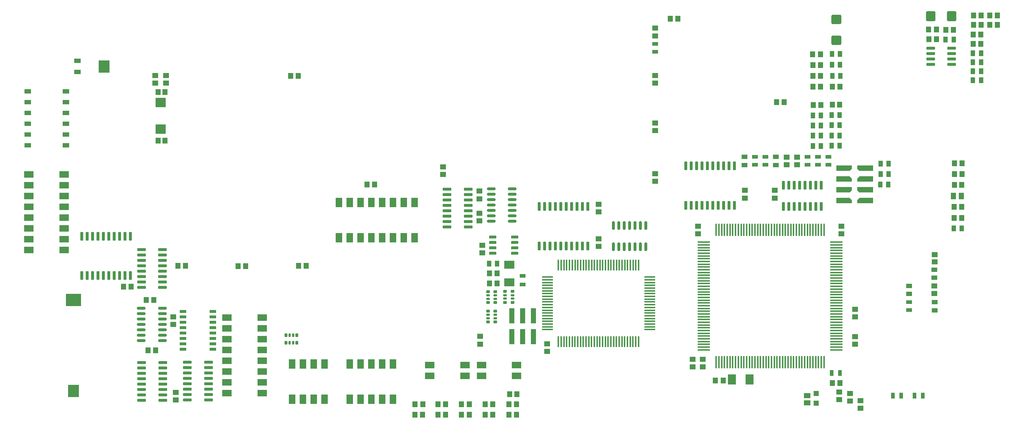
<source format=gtp>
G04*
G04 #@! TF.GenerationSoftware,Altium Limited,Altium Designer,22.11.1 (43)*
G04*
G04 Layer_Color=8421504*
%FSLAX25Y25*%
%MOIN*%
G70*
G04*
G04 #@! TF.SameCoordinates,299E75B2-B623-434A-8C2F-8C8F7067A500*
G04*
G04*
G04 #@! TF.FilePolarity,Positive*
G04*
G01*
G75*
G04:AMPARAMS|DCode=22|XSize=98.43mil|YSize=15.75mil|CornerRadius=1.97mil|HoleSize=0mil|Usage=FLASHONLY|Rotation=180.000|XOffset=0mil|YOffset=0mil|HoleType=Round|Shape=RoundedRectangle|*
%AMROUNDEDRECTD22*
21,1,0.09843,0.01181,0,0,180.0*
21,1,0.09449,0.01575,0,0,180.0*
1,1,0.00394,-0.04724,0.00591*
1,1,0.00394,0.04724,0.00591*
1,1,0.00394,0.04724,-0.00591*
1,1,0.00394,-0.04724,-0.00591*
%
%ADD22ROUNDEDRECTD22*%
G04:AMPARAMS|DCode=23|XSize=98.43mil|YSize=15.75mil|CornerRadius=1.97mil|HoleSize=0mil|Usage=FLASHONLY|Rotation=90.000|XOffset=0mil|YOffset=0mil|HoleType=Round|Shape=RoundedRectangle|*
%AMROUNDEDRECTD23*
21,1,0.09843,0.01181,0,0,90.0*
21,1,0.09449,0.01575,0,0,90.0*
1,1,0.00394,0.00591,0.04724*
1,1,0.00394,0.00591,-0.04724*
1,1,0.00394,-0.00591,-0.04724*
1,1,0.00394,-0.00591,0.04724*
%
%ADD23ROUNDEDRECTD23*%
%ADD24R,0.04567X0.05787*%
%ADD25R,0.05118X0.05906*%
G04:AMPARAMS|DCode=26|XSize=77.56mil|YSize=23.62mil|CornerRadius=5.91mil|HoleSize=0mil|Usage=FLASHONLY|Rotation=0.000|XOffset=0mil|YOffset=0mil|HoleType=Round|Shape=RoundedRectangle|*
%AMROUNDEDRECTD26*
21,1,0.07756,0.01181,0,0,0.0*
21,1,0.06575,0.02362,0,0,0.0*
1,1,0.01181,0.03287,-0.00591*
1,1,0.01181,-0.03287,-0.00591*
1,1,0.01181,-0.03287,0.00591*
1,1,0.01181,0.03287,0.00591*
%
%ADD26ROUNDEDRECTD26*%
%ADD27R,0.07480X0.09449*%
G04:AMPARAMS|DCode=28|XSize=77.56mil|YSize=23.62mil|CornerRadius=2.95mil|HoleSize=0mil|Usage=FLASHONLY|Rotation=0.000|XOffset=0mil|YOffset=0mil|HoleType=Round|Shape=RoundedRectangle|*
%AMROUNDEDRECTD28*
21,1,0.07756,0.01772,0,0,0.0*
21,1,0.07165,0.02362,0,0,0.0*
1,1,0.00591,0.03583,-0.00886*
1,1,0.00591,-0.03583,-0.00886*
1,1,0.00591,-0.03583,0.00886*
1,1,0.00591,0.03583,0.00886*
%
%ADD28ROUNDEDRECTD28*%
%ADD29R,0.04528X0.05709*%
%ADD30R,0.05709X0.04528*%
G04:AMPARAMS|DCode=31|XSize=62.6mil|YSize=23.62mil|CornerRadius=1.77mil|HoleSize=0mil|Usage=FLASHONLY|Rotation=180.000|XOffset=0mil|YOffset=0mil|HoleType=Round|Shape=RoundedRectangle|*
%AMROUNDEDRECTD31*
21,1,0.06260,0.02008,0,0,180.0*
21,1,0.05906,0.02362,0,0,180.0*
1,1,0.00354,-0.02953,0.01004*
1,1,0.00354,0.02953,0.01004*
1,1,0.00354,0.02953,-0.01004*
1,1,0.00354,-0.02953,-0.01004*
%
%ADD31ROUNDEDRECTD31*%
%ADD32R,0.08504X0.05984*%
%ADD33R,0.05906X0.04331*%
%ADD34R,0.04095X0.05433*%
%ADD35R,0.03000X0.04000*%
G04:AMPARAMS|DCode=36|XSize=77.56mil|YSize=23.62mil|CornerRadius=2.95mil|HoleSize=0mil|Usage=FLASHONLY|Rotation=90.000|XOffset=0mil|YOffset=0mil|HoleType=Round|Shape=RoundedRectangle|*
%AMROUNDEDRECTD36*
21,1,0.07756,0.01772,0,0,90.0*
21,1,0.07165,0.02362,0,0,90.0*
1,1,0.00591,0.00886,0.03583*
1,1,0.00591,0.00886,-0.03583*
1,1,0.00591,-0.00886,-0.03583*
1,1,0.00591,-0.00886,0.03583*
%
%ADD36ROUNDEDRECTD36*%
%ADD37R,0.06299X0.03937*%
%ADD38R,0.09843X0.11811*%
%ADD39R,0.09449X0.07480*%
%ADD40R,0.09449X0.08661*%
G04:AMPARAMS|DCode=41|XSize=81.1mil|YSize=23.62mil|CornerRadius=2.95mil|HoleSize=0mil|Usage=FLASHONLY|Rotation=90.000|XOffset=0mil|YOffset=0mil|HoleType=Round|Shape=RoundedRectangle|*
%AMROUNDEDRECTD41*
21,1,0.08110,0.01772,0,0,90.0*
21,1,0.07520,0.02362,0,0,90.0*
1,1,0.00591,0.00886,0.03760*
1,1,0.00591,0.00886,-0.03760*
1,1,0.00591,-0.00886,-0.03760*
1,1,0.00591,-0.00886,0.03760*
%
%ADD41ROUNDEDRECTD41*%
G04:AMPARAMS|DCode=42|XSize=68.9mil|YSize=23.62mil|CornerRadius=2.95mil|HoleSize=0mil|Usage=FLASHONLY|Rotation=180.000|XOffset=0mil|YOffset=0mil|HoleType=Round|Shape=RoundedRectangle|*
%AMROUNDEDRECTD42*
21,1,0.06890,0.01772,0,0,180.0*
21,1,0.06299,0.02362,0,0,180.0*
1,1,0.00591,-0.03150,0.00886*
1,1,0.00591,0.03150,0.00886*
1,1,0.00591,0.03150,-0.00886*
1,1,0.00591,-0.03150,-0.00886*
%
%ADD42ROUNDEDRECTD42*%
G04:AMPARAMS|DCode=43|XSize=77.56mil|YSize=23.62mil|CornerRadius=5.91mil|HoleSize=0mil|Usage=FLASHONLY|Rotation=90.000|XOffset=0mil|YOffset=0mil|HoleType=Round|Shape=RoundedRectangle|*
%AMROUNDEDRECTD43*
21,1,0.07756,0.01181,0,0,90.0*
21,1,0.06575,0.02362,0,0,90.0*
1,1,0.01181,0.00591,0.03287*
1,1,0.01181,0.00591,-0.03287*
1,1,0.01181,-0.00591,-0.03287*
1,1,0.01181,-0.00591,0.03287*
%
%ADD43ROUNDEDRECTD43*%
%ADD44R,0.05984X0.08504*%
G04:AMPARAMS|DCode=45|XSize=36.61mil|YSize=26.77mil|CornerRadius=6.69mil|HoleSize=0mil|Usage=FLASHONLY|Rotation=0.000|XOffset=0mil|YOffset=0mil|HoleType=Round|Shape=RoundedRectangle|*
%AMROUNDEDRECTD45*
21,1,0.03661,0.01339,0,0,0.0*
21,1,0.02323,0.02677,0,0,0.0*
1,1,0.01339,0.01161,-0.00669*
1,1,0.01339,-0.01161,-0.00669*
1,1,0.01339,-0.01161,0.00669*
1,1,0.01339,0.01161,0.00669*
%
%ADD45ROUNDEDRECTD45*%
G04:AMPARAMS|DCode=46|XSize=36.61mil|YSize=18.9mil|CornerRadius=4.72mil|HoleSize=0mil|Usage=FLASHONLY|Rotation=180.000|XOffset=0mil|YOffset=0mil|HoleType=Round|Shape=RoundedRectangle|*
%AMROUNDEDRECTD46*
21,1,0.03661,0.00945,0,0,180.0*
21,1,0.02717,0.01890,0,0,180.0*
1,1,0.00945,-0.01358,0.00472*
1,1,0.00945,0.01358,0.00472*
1,1,0.00945,0.01358,-0.00472*
1,1,0.00945,-0.01358,-0.00472*
%
%ADD46ROUNDEDRECTD46*%
G04:AMPARAMS|DCode=47|XSize=36.61mil|YSize=26.77mil|CornerRadius=6.69mil|HoleSize=0mil|Usage=FLASHONLY|Rotation=270.000|XOffset=0mil|YOffset=0mil|HoleType=Round|Shape=RoundedRectangle|*
%AMROUNDEDRECTD47*
21,1,0.03661,0.01339,0,0,270.0*
21,1,0.02323,0.02677,0,0,270.0*
1,1,0.01339,-0.00669,-0.01161*
1,1,0.01339,-0.00669,0.01161*
1,1,0.01339,0.00669,0.01161*
1,1,0.01339,0.00669,-0.01161*
%
%ADD47ROUNDEDRECTD47*%
G04:AMPARAMS|DCode=48|XSize=36.61mil|YSize=18.9mil|CornerRadius=4.72mil|HoleSize=0mil|Usage=FLASHONLY|Rotation=270.000|XOffset=0mil|YOffset=0mil|HoleType=Round|Shape=RoundedRectangle|*
%AMROUNDEDRECTD48*
21,1,0.03661,0.00945,0,0,270.0*
21,1,0.02717,0.01890,0,0,270.0*
1,1,0.00945,-0.00472,-0.01358*
1,1,0.00945,-0.00472,0.01358*
1,1,0.00945,0.00472,0.01358*
1,1,0.00945,0.00472,-0.01358*
%
%ADD48ROUNDEDRECTD48*%
%ADD49R,0.05433X0.03780*%
%ADD50R,0.05433X0.04095*%
%ADD51R,0.05433X0.03622*%
%ADD52R,0.03622X0.05433*%
%ADD53R,0.05433X0.03976*%
%ADD54R,0.04528X0.04528*%
%ADD55R,0.05000X0.14488*%
%ADD56R,0.05787X0.04567*%
%ADD57R,0.04528X0.05787*%
G04:AMPARAMS|DCode=58|XSize=88.19mil|YSize=91.34mil|CornerRadius=11.02mil|HoleSize=0mil|Usage=FLASHONLY|Rotation=180.000|XOffset=0mil|YOffset=0mil|HoleType=Round|Shape=RoundedRectangle|*
%AMROUNDEDRECTD58*
21,1,0.08819,0.06929,0,0,180.0*
21,1,0.06614,0.09134,0,0,180.0*
1,1,0.02205,-0.03307,0.03465*
1,1,0.02205,0.03307,0.03465*
1,1,0.02205,0.03307,-0.03465*
1,1,0.02205,-0.03307,-0.03465*
%
%ADD58ROUNDEDRECTD58*%
G04:AMPARAMS|DCode=59|XSize=88.19mil|YSize=91.34mil|CornerRadius=11.02mil|HoleSize=0mil|Usage=FLASHONLY|Rotation=270.000|XOffset=0mil|YOffset=0mil|HoleType=Round|Shape=RoundedRectangle|*
%AMROUNDEDRECTD59*
21,1,0.08819,0.06929,0,0,270.0*
21,1,0.06614,0.09134,0,0,270.0*
1,1,0.02205,-0.03465,-0.03307*
1,1,0.02205,-0.03465,0.03307*
1,1,0.02205,0.03465,0.03307*
1,1,0.02205,0.03465,-0.03307*
%
%ADD59ROUNDEDRECTD59*%
%ADD60R,0.04921X0.05709*%
%ADD61R,0.06142X0.04882*%
%ADD62R,0.05787X0.04528*%
%ADD63R,0.14173X0.11811*%
%ADD64R,0.10236X0.11811*%
%ADD65R,0.11810X0.01380*%
%ADD66R,0.01380X0.11810*%
G36*
X754897Y208801D02*
X767377D01*
X769385Y206793D01*
Y203801D01*
X754897D01*
Y208801D01*
D02*
G37*
G36*
Y213801D02*
X767377D01*
X769385Y215809D01*
Y218801D01*
X754897D01*
Y213801D01*
D02*
G37*
G36*
X788881Y208801D02*
X776401D01*
X774393Y206793D01*
Y203801D01*
X788881D01*
Y208801D01*
D02*
G37*
G36*
Y213801D02*
X776401D01*
X774393Y215809D01*
Y218801D01*
X788881D01*
Y213801D01*
D02*
G37*
G36*
X754897Y228801D02*
X767377D01*
X769385Y226793D01*
Y223801D01*
X754897D01*
Y228801D01*
D02*
G37*
G36*
Y233801D02*
X767377D01*
X769385Y235809D01*
Y238801D01*
X754897D01*
Y233801D01*
D02*
G37*
G36*
X788881Y228801D02*
X776401D01*
X774393Y226793D01*
Y223801D01*
X788881D01*
Y228801D01*
D02*
G37*
G36*
Y233801D02*
X776401D01*
X774393Y235809D01*
Y238801D01*
X788881D01*
Y233801D01*
D02*
G37*
D22*
X487691Y86683D02*
D03*
Y89243D02*
D03*
Y91802D02*
D03*
Y94361D02*
D03*
Y96920D02*
D03*
Y99479D02*
D03*
Y102038D02*
D03*
Y104597D02*
D03*
Y107156D02*
D03*
Y109715D02*
D03*
Y112274D02*
D03*
Y114833D02*
D03*
Y117392D02*
D03*
Y119951D02*
D03*
Y125069D02*
D03*
Y127629D02*
D03*
Y132747D02*
D03*
Y135306D02*
D03*
X582179D02*
D03*
Y132747D02*
D03*
Y130187D02*
D03*
Y127629D02*
D03*
Y125069D02*
D03*
Y122510D02*
D03*
Y117392D02*
D03*
Y114833D02*
D03*
Y112274D02*
D03*
Y109715D02*
D03*
Y107156D02*
D03*
Y104597D02*
D03*
Y102038D02*
D03*
Y99479D02*
D03*
Y96920D02*
D03*
Y94361D02*
D03*
Y91802D02*
D03*
Y89243D02*
D03*
Y86683D02*
D03*
X487691Y122510D02*
D03*
X582179Y119951D02*
D03*
X487691Y130187D02*
D03*
D23*
X497829Y146428D02*
D03*
X500388D02*
D03*
X502947D02*
D03*
X505506D02*
D03*
X508065D02*
D03*
X510624D02*
D03*
X513183D02*
D03*
X515742D02*
D03*
X518301D02*
D03*
X520860D02*
D03*
X523419D02*
D03*
X525979D02*
D03*
X528538D02*
D03*
X531097D02*
D03*
X533656D02*
D03*
X536215D02*
D03*
X538774D02*
D03*
X541333D02*
D03*
X543892D02*
D03*
X546451D02*
D03*
X549010D02*
D03*
X551569D02*
D03*
X554128D02*
D03*
X556687D02*
D03*
X559246D02*
D03*
X561805D02*
D03*
X564364D02*
D03*
X566923D02*
D03*
X572042D02*
D03*
X571943Y75561D02*
D03*
X569384D02*
D03*
X564266D02*
D03*
X561707D02*
D03*
X559148D02*
D03*
X556589D02*
D03*
X554030D02*
D03*
X551471D02*
D03*
X548912D02*
D03*
X546353D02*
D03*
X543794D02*
D03*
X541234D02*
D03*
X538675D02*
D03*
X536116D02*
D03*
X533557D02*
D03*
X528439D02*
D03*
X525880D02*
D03*
X523321D02*
D03*
X520762D02*
D03*
X518203D02*
D03*
X515644D02*
D03*
X513085D02*
D03*
X510526D02*
D03*
X507967D02*
D03*
X505506D02*
D03*
X502947D02*
D03*
X500388D02*
D03*
X497829D02*
D03*
X530998D02*
D03*
X566825D02*
D03*
X569482Y146428D02*
D03*
D24*
X863937Y190102D02*
D03*
X870866D02*
D03*
X864017Y200351D02*
D03*
X870946D02*
D03*
X864197Y220839D02*
D03*
X871126D02*
D03*
X864267Y230888D02*
D03*
X871196D02*
D03*
X864307Y240667D02*
D03*
X871236D02*
D03*
X433952Y129579D02*
D03*
X440842D02*
D03*
X433996Y138721D02*
D03*
X440886D02*
D03*
X840623Y355756D02*
D03*
X847512D02*
D03*
X863283Y364531D02*
D03*
X856354D02*
D03*
X758071Y295095D02*
D03*
X751181D02*
D03*
X733434Y311656D02*
D03*
X740324D02*
D03*
X733690Y294885D02*
D03*
X740580D02*
D03*
X733434Y321668D02*
D03*
X740324D02*
D03*
X208352Y145586D02*
D03*
X201462D02*
D03*
X751344Y37238D02*
D03*
X758273D02*
D03*
D25*
X863290Y210499D02*
D03*
X870771D02*
D03*
D26*
X131188Y106267D02*
D03*
Y101267D02*
D03*
Y96267D02*
D03*
Y91267D02*
D03*
Y86267D02*
D03*
Y76267D02*
D03*
X111699Y81267D02*
D03*
Y91267D02*
D03*
Y101267D02*
D03*
Y86267D02*
D03*
Y96267D02*
D03*
Y76267D02*
D03*
X131188Y81267D02*
D03*
X111699Y106267D02*
D03*
X455067Y216972D02*
D03*
Y186972D02*
D03*
Y191972D02*
D03*
Y196973D02*
D03*
Y201973D02*
D03*
Y206973D02*
D03*
Y211972D02*
D03*
X435579Y216972D02*
D03*
Y211972D02*
D03*
Y206973D02*
D03*
Y201973D02*
D03*
Y196973D02*
D03*
Y191972D02*
D03*
Y186972D02*
D03*
D27*
X658469Y40530D02*
D03*
X674611D02*
D03*
D28*
X112074Y21130D02*
D03*
Y56130D02*
D03*
Y51130D02*
D03*
Y46130D02*
D03*
Y41130D02*
D03*
Y36130D02*
D03*
Y31130D02*
D03*
Y26130D02*
D03*
X131562Y21130D02*
D03*
Y26130D02*
D03*
Y31130D02*
D03*
Y36130D02*
D03*
Y41130D02*
D03*
Y46130D02*
D03*
Y51130D02*
D03*
Y56130D02*
D03*
X173867Y56370D02*
D03*
Y51370D02*
D03*
Y46370D02*
D03*
Y41370D02*
D03*
Y36370D02*
D03*
Y31370D02*
D03*
Y26370D02*
D03*
Y21370D02*
D03*
X154379Y26370D02*
D03*
Y31370D02*
D03*
Y46370D02*
D03*
Y51370D02*
D03*
Y56370D02*
D03*
Y21370D02*
D03*
Y36370D02*
D03*
Y41370D02*
D03*
X842375Y332523D02*
D03*
X861823Y347523D02*
D03*
Y342523D02*
D03*
Y337523D02*
D03*
Y332523D02*
D03*
X842375Y337523D02*
D03*
Y342523D02*
D03*
Y347523D02*
D03*
X414323Y216775D02*
D03*
Y211775D02*
D03*
Y206775D02*
D03*
Y201776D02*
D03*
Y196775D02*
D03*
Y191776D02*
D03*
Y186776D02*
D03*
Y181775D02*
D03*
X394835Y186776D02*
D03*
Y191776D02*
D03*
Y196775D02*
D03*
Y206775D02*
D03*
Y211775D02*
D03*
Y216775D02*
D03*
Y181775D02*
D03*
Y201776D02*
D03*
X131330Y160900D02*
D03*
Y125900D02*
D03*
Y130900D02*
D03*
Y135900D02*
D03*
Y140900D02*
D03*
Y145900D02*
D03*
Y150900D02*
D03*
Y155900D02*
D03*
X111842Y160900D02*
D03*
Y155900D02*
D03*
Y150900D02*
D03*
Y145900D02*
D03*
Y140900D02*
D03*
Y135900D02*
D03*
Y130900D02*
D03*
Y125900D02*
D03*
D29*
X117900Y67579D02*
D03*
X124987D02*
D03*
X116375Y114235D02*
D03*
X123461D02*
D03*
X250010Y321858D02*
D03*
X257097D02*
D03*
X881695Y360092D02*
D03*
X888782D02*
D03*
X152779Y145625D02*
D03*
X145693D02*
D03*
X264279D02*
D03*
X257192D02*
D03*
X601296Y374630D02*
D03*
X608382D02*
D03*
X733170Y341652D02*
D03*
X740257D02*
D03*
X699677Y297401D02*
D03*
X706764D02*
D03*
X896874Y377862D02*
D03*
X903961D02*
D03*
X896874Y368965D02*
D03*
X903961D02*
D03*
X882008Y377900D02*
D03*
X889094D02*
D03*
X881923Y368965D02*
D03*
X889010D02*
D03*
X840445Y364604D02*
D03*
X847532D02*
D03*
X751181Y311799D02*
D03*
X758268D02*
D03*
X733257Y331641D02*
D03*
X740344D02*
D03*
X643167Y39590D02*
D03*
X650253D02*
D03*
X459024Y17401D02*
D03*
X451937D02*
D03*
X459001Y7769D02*
D03*
X451915D02*
D03*
X430004D02*
D03*
X437090D02*
D03*
X430049Y17401D02*
D03*
X437135D02*
D03*
X408160D02*
D03*
X415247D02*
D03*
X408093Y7769D02*
D03*
X415179D02*
D03*
X393268D02*
D03*
X386181D02*
D03*
X393358Y17401D02*
D03*
X386272D02*
D03*
X365057Y7735D02*
D03*
X372144D02*
D03*
X365169Y17401D02*
D03*
X372256D02*
D03*
X320671Y221210D02*
D03*
X327757D02*
D03*
X102362Y126399D02*
D03*
X95276D02*
D03*
D30*
X143549Y28363D02*
D03*
Y21277D02*
D03*
X141209Y98373D02*
D03*
Y91287D02*
D03*
X697915Y208540D02*
D03*
Y215626D02*
D03*
X587318Y365998D02*
D03*
Y358912D02*
D03*
X425249Y80276D02*
D03*
Y73190D02*
D03*
X670306Y215626D02*
D03*
Y208540D02*
D03*
X391065Y237361D02*
D03*
Y230274D02*
D03*
X124740Y314941D02*
D03*
Y322028D02*
D03*
X134802Y314941D02*
D03*
Y322028D02*
D03*
X427183Y157747D02*
D03*
Y164833D02*
D03*
X487249Y73513D02*
D03*
Y66427D02*
D03*
X424746Y187307D02*
D03*
Y194394D02*
D03*
X424746Y207926D02*
D03*
Y215013D02*
D03*
X535073Y163720D02*
D03*
Y170807D02*
D03*
X626869Y175487D02*
D03*
Y182573D02*
D03*
X587318Y314967D02*
D03*
Y322054D02*
D03*
X587318Y278109D02*
D03*
Y271023D02*
D03*
Y224115D02*
D03*
Y231202D02*
D03*
X759645Y175487D02*
D03*
Y182573D02*
D03*
X535073Y202828D02*
D03*
Y195742D02*
D03*
X777309Y13615D02*
D03*
Y20702D02*
D03*
X767760Y20405D02*
D03*
Y27492D02*
D03*
X772204Y105578D02*
D03*
Y98492D02*
D03*
X772204Y72945D02*
D03*
Y80032D02*
D03*
X631330Y59191D02*
D03*
Y52105D02*
D03*
D31*
X177883Y68397D02*
D03*
Y73397D02*
D03*
Y78397D02*
D03*
Y83397D02*
D03*
Y88397D02*
D03*
Y93397D02*
D03*
Y98397D02*
D03*
Y103397D02*
D03*
X150363Y68397D02*
D03*
Y78397D02*
D03*
Y73397D02*
D03*
Y83397D02*
D03*
Y98397D02*
D03*
Y88397D02*
D03*
Y93397D02*
D03*
Y103397D02*
D03*
D32*
X223529Y27756D02*
D03*
Y37756D02*
D03*
Y47756D02*
D03*
Y57756D02*
D03*
Y67756D02*
D03*
Y77756D02*
D03*
Y87756D02*
D03*
Y97756D02*
D03*
X191009D02*
D03*
Y87756D02*
D03*
Y77756D02*
D03*
Y67756D02*
D03*
Y57756D02*
D03*
Y47756D02*
D03*
Y37756D02*
D03*
Y27756D02*
D03*
X7829Y230570D02*
D03*
X40349D02*
D03*
X7829Y220570D02*
D03*
X40349D02*
D03*
X7829Y210570D02*
D03*
X40349D02*
D03*
X7829Y200570D02*
D03*
X40349D02*
D03*
X7829Y190570D02*
D03*
X40349D02*
D03*
X7829Y180570D02*
D03*
X40349D02*
D03*
X7829Y170570D02*
D03*
X40349D02*
D03*
X7829Y160570D02*
D03*
X40349D02*
D03*
X459087Y53855D02*
D03*
Y43855D02*
D03*
X426568D02*
D03*
Y53855D02*
D03*
X411201D02*
D03*
Y43855D02*
D03*
X378681D02*
D03*
Y53855D02*
D03*
D33*
X41873Y257456D02*
D03*
X6834D02*
D03*
X41873Y267457D02*
D03*
X6834D02*
D03*
X41873Y277456D02*
D03*
X6834D02*
D03*
X41873Y287456D02*
D03*
X6834D02*
D03*
X41873Y297457D02*
D03*
X6834D02*
D03*
X41873Y307456D02*
D03*
X6834D02*
D03*
D34*
X803165Y221008D02*
D03*
X795763D02*
D03*
X863720Y180281D02*
D03*
X871122D02*
D03*
X441142Y147686D02*
D03*
X433740D02*
D03*
X881471Y326025D02*
D03*
X888873D02*
D03*
X881471Y317669D02*
D03*
X888873D02*
D03*
X881471Y334380D02*
D03*
X888873D02*
D03*
Y342736D02*
D03*
X881471D02*
D03*
X856118Y355467D02*
D03*
X863519D02*
D03*
X751181Y321807D02*
D03*
X758583D02*
D03*
X758471Y331953D02*
D03*
X751069D02*
D03*
X758471Y342099D02*
D03*
X751069D02*
D03*
X740836Y256881D02*
D03*
X733434D02*
D03*
X758071Y257091D02*
D03*
X750669D02*
D03*
X758071Y266548D02*
D03*
X750669D02*
D03*
Y276005D02*
D03*
X758071D02*
D03*
X750669Y285461D02*
D03*
X758071D02*
D03*
X740836Y266338D02*
D03*
X733434D02*
D03*
Y275795D02*
D03*
X740836D02*
D03*
Y285251D02*
D03*
X733434D02*
D03*
X796082Y230718D02*
D03*
X803484D02*
D03*
X796082Y240350D02*
D03*
X803484D02*
D03*
D35*
X762141Y236301D02*
D03*
X781637D02*
D03*
X762141Y226302D02*
D03*
X781637D02*
D03*
X762141Y216301D02*
D03*
X781637D02*
D03*
X762141Y206301D02*
D03*
X781637D02*
D03*
D36*
X706029Y220402D02*
D03*
X711029D02*
D03*
X716029D02*
D03*
X721029D02*
D03*
X726029D02*
D03*
X731029D02*
D03*
X736029D02*
D03*
X741029D02*
D03*
X736029Y200913D02*
D03*
X731029D02*
D03*
X726029D02*
D03*
X721029D02*
D03*
X716029D02*
D03*
X711029D02*
D03*
X706029D02*
D03*
X741029D02*
D03*
D37*
X52685Y335635D02*
D03*
Y325398D02*
D03*
D38*
X77291Y330517D02*
D03*
D39*
X452463Y130483D02*
D03*
Y146625D02*
D03*
D40*
X129778Y297160D02*
D03*
Y272356D02*
D03*
D41*
X56739Y173168D02*
D03*
X61739D02*
D03*
X66739D02*
D03*
X71739D02*
D03*
X76739D02*
D03*
X81739D02*
D03*
X86739D02*
D03*
X91739D02*
D03*
X96739D02*
D03*
X101739D02*
D03*
Y136632D02*
D03*
X96739D02*
D03*
X91739D02*
D03*
X86739D02*
D03*
X81739D02*
D03*
X76739D02*
D03*
X71739D02*
D03*
X66739D02*
D03*
X61739D02*
D03*
X56739D02*
D03*
X660819Y201822D02*
D03*
X655819D02*
D03*
X650819D02*
D03*
X645819D02*
D03*
X640819D02*
D03*
X635819D02*
D03*
X630819D02*
D03*
X625819D02*
D03*
X620819D02*
D03*
X615819D02*
D03*
X620819Y238358D02*
D03*
X625819D02*
D03*
X630819D02*
D03*
X635819D02*
D03*
X640819D02*
D03*
X645819D02*
D03*
X650819D02*
D03*
X655819D02*
D03*
X660819D02*
D03*
X615819D02*
D03*
X524929Y200650D02*
D03*
X479929D02*
D03*
X514929Y164115D02*
D03*
X509929D02*
D03*
X519929Y200650D02*
D03*
X514929D02*
D03*
X509929D02*
D03*
X504929D02*
D03*
X499929D02*
D03*
X494929D02*
D03*
X489929D02*
D03*
X484929D02*
D03*
X479929Y164115D02*
D03*
X484929D02*
D03*
X489929D02*
D03*
X494929D02*
D03*
X499929D02*
D03*
X504929D02*
D03*
X519929D02*
D03*
X524929D02*
D03*
D42*
X436923Y172530D02*
D03*
Y157530D02*
D03*
Y162530D02*
D03*
Y167530D02*
D03*
X457199Y172530D02*
D03*
Y167530D02*
D03*
Y162530D02*
D03*
Y157530D02*
D03*
D43*
X548750Y182984D02*
D03*
X553750D02*
D03*
X558750D02*
D03*
X563750D02*
D03*
X568750D02*
D03*
X573750D02*
D03*
X578750D02*
D03*
X573750Y163496D02*
D03*
X568750D02*
D03*
X563750D02*
D03*
X558750D02*
D03*
X553750D02*
D03*
X548750D02*
D03*
X578750D02*
D03*
D44*
X344759Y22230D02*
D03*
X334759D02*
D03*
X324759D02*
D03*
X314759D02*
D03*
X304759D02*
D03*
Y54750D02*
D03*
X314759D02*
D03*
X324759D02*
D03*
X334759D02*
D03*
X344759D02*
D03*
X251441Y22230D02*
D03*
X261441D02*
D03*
X271441D02*
D03*
X281441D02*
D03*
Y54750D02*
D03*
X271441D02*
D03*
X261441D02*
D03*
X251441D02*
D03*
X364559Y204331D02*
D03*
Y171811D02*
D03*
X354559Y204331D02*
D03*
Y171811D02*
D03*
X344559Y204331D02*
D03*
Y171811D02*
D03*
X334559Y204331D02*
D03*
Y171811D02*
D03*
X324559Y204331D02*
D03*
Y171811D02*
D03*
X314559Y204331D02*
D03*
Y171811D02*
D03*
X304559Y204331D02*
D03*
Y171811D02*
D03*
X294559Y204331D02*
D03*
Y171811D02*
D03*
D45*
X432571Y111622D02*
D03*
X439422D02*
D03*
Y121858D02*
D03*
X432571D02*
D03*
X448349Y111726D02*
D03*
Y121962D02*
D03*
X455199D02*
D03*
Y111726D02*
D03*
X439422Y103924D02*
D03*
Y93688D02*
D03*
X432571D02*
D03*
Y103924D02*
D03*
D46*
X439422Y115165D02*
D03*
Y118315D02*
D03*
X432571D02*
D03*
Y115165D02*
D03*
X448349Y115270D02*
D03*
Y118419D02*
D03*
X455199D02*
D03*
Y115270D02*
D03*
X439422Y100381D02*
D03*
Y97231D02*
D03*
X432571D02*
D03*
Y100381D02*
D03*
D47*
X245522Y81438D02*
D03*
X255758D02*
D03*
Y74587D02*
D03*
X245522D02*
D03*
D48*
X249065Y81438D02*
D03*
X252215D02*
D03*
Y74587D02*
D03*
X249065D02*
D03*
D49*
X464575Y128598D02*
D03*
Y136299D02*
D03*
D50*
X845823Y134660D02*
D03*
Y142062D02*
D03*
X845867Y104534D02*
D03*
Y111935D02*
D03*
X822230Y119845D02*
D03*
Y127247D02*
D03*
D51*
X587318Y343940D02*
D03*
Y351459D02*
D03*
X747668Y246834D02*
D03*
Y239314D02*
D03*
X822230Y104644D02*
D03*
Y112164D02*
D03*
X737969Y246834D02*
D03*
Y239314D02*
D03*
X728269Y246834D02*
D03*
Y239314D02*
D03*
X689469Y246834D02*
D03*
Y239314D02*
D03*
X679770D02*
D03*
Y246834D02*
D03*
D52*
X827339Y25298D02*
D03*
X834859D02*
D03*
X807399D02*
D03*
X814919D02*
D03*
X750814Y46467D02*
D03*
X758334D02*
D03*
D53*
X699169Y246656D02*
D03*
Y239176D02*
D03*
X670070Y246656D02*
D03*
Y239176D02*
D03*
D54*
X736280Y27590D02*
D03*
Y18338D02*
D03*
D55*
X454575Y79989D02*
D03*
Y99477D02*
D03*
X464575Y79989D02*
D03*
Y99477D02*
D03*
X474575Y79989D02*
D03*
Y99477D02*
D03*
D56*
X845790Y120101D02*
D03*
Y126991D02*
D03*
X845890Y156203D02*
D03*
Y149313D02*
D03*
X718746Y239432D02*
D03*
Y246361D02*
D03*
X709046Y239432D02*
D03*
Y246361D02*
D03*
X757682Y28699D02*
D03*
Y21770D02*
D03*
D57*
X881688Y351269D02*
D03*
X888617D02*
D03*
X459444Y26663D02*
D03*
X452515D02*
D03*
D58*
X842412Y377067D02*
D03*
X861586D02*
D03*
D59*
X754882Y374079D02*
D03*
Y354906D02*
D03*
D60*
X133799Y261897D02*
D03*
X127303D02*
D03*
X127220Y306914D02*
D03*
X133716D02*
D03*
D61*
X728043Y25574D02*
D03*
Y18605D02*
D03*
D62*
X622157Y52040D02*
D03*
Y58969D02*
D03*
D63*
X48880Y113963D02*
D03*
D64*
Y29711D02*
D03*
D65*
X755139Y70407D02*
D03*
Y72967D02*
D03*
Y75527D02*
D03*
Y78087D02*
D03*
Y80647D02*
D03*
Y85757D02*
D03*
Y88317D02*
D03*
Y90877D02*
D03*
Y93437D02*
D03*
Y95997D02*
D03*
Y98557D02*
D03*
Y101117D02*
D03*
Y103677D02*
D03*
Y106237D02*
D03*
Y108797D02*
D03*
Y111357D02*
D03*
Y113907D02*
D03*
Y116467D02*
D03*
Y119027D02*
D03*
Y121587D02*
D03*
Y126707D02*
D03*
Y129267D02*
D03*
Y131827D02*
D03*
Y134387D02*
D03*
Y136947D02*
D03*
Y139497D02*
D03*
Y142057D02*
D03*
Y144617D02*
D03*
Y147177D02*
D03*
Y149737D02*
D03*
Y152297D02*
D03*
Y154857D02*
D03*
Y157417D02*
D03*
Y159977D02*
D03*
Y162537D02*
D03*
Y165097D02*
D03*
Y167647D02*
D03*
X632299D02*
D03*
Y165087D02*
D03*
Y162527D02*
D03*
Y159967D02*
D03*
Y157407D02*
D03*
Y154857D02*
D03*
Y152297D02*
D03*
Y149737D02*
D03*
Y147177D02*
D03*
Y144617D02*
D03*
Y142057D02*
D03*
Y139497D02*
D03*
Y136937D02*
D03*
Y134377D02*
D03*
Y131817D02*
D03*
Y129267D02*
D03*
Y126707D02*
D03*
Y124147D02*
D03*
Y121587D02*
D03*
Y119027D02*
D03*
Y113907D02*
D03*
Y111347D02*
D03*
Y108787D02*
D03*
Y106227D02*
D03*
Y103667D02*
D03*
Y101117D02*
D03*
Y98557D02*
D03*
Y95997D02*
D03*
Y93437D02*
D03*
Y90877D02*
D03*
Y88317D02*
D03*
Y85757D02*
D03*
Y83197D02*
D03*
Y80637D02*
D03*
Y78077D02*
D03*
Y75527D02*
D03*
Y72967D02*
D03*
Y70407D02*
D03*
Y67847D02*
D03*
Y116467D02*
D03*
X755139Y67847D02*
D03*
Y83207D02*
D03*
Y124147D02*
D03*
D66*
X692439Y179167D02*
D03*
X689879D02*
D03*
X687319D02*
D03*
X684759D02*
D03*
X682199D02*
D03*
X679639D02*
D03*
X677089D02*
D03*
X674529D02*
D03*
X671969D02*
D03*
X669409D02*
D03*
X666849D02*
D03*
X664289D02*
D03*
X661729D02*
D03*
X659169D02*
D03*
X656609D02*
D03*
X654049D02*
D03*
X651499D02*
D03*
X648939D02*
D03*
X738499D02*
D03*
X735939D02*
D03*
X733389D02*
D03*
X730829D02*
D03*
X728269D02*
D03*
X725709D02*
D03*
X718029D02*
D03*
X715469D02*
D03*
X712909D02*
D03*
X710349D02*
D03*
X707799D02*
D03*
X705239D02*
D03*
X702679D02*
D03*
X697559D02*
D03*
X648939Y56327D02*
D03*
X651499D02*
D03*
X654049D02*
D03*
X659169D02*
D03*
X664289D02*
D03*
X666849D02*
D03*
X669409D02*
D03*
X671969D02*
D03*
X674529D02*
D03*
X677089D02*
D03*
X679639D02*
D03*
X682199D02*
D03*
X684759D02*
D03*
X687319D02*
D03*
X689879D02*
D03*
X692439D02*
D03*
X694999D02*
D03*
X697559D02*
D03*
X702679D02*
D03*
X705239D02*
D03*
X707789D02*
D03*
X710349D02*
D03*
X712909D02*
D03*
X715469D02*
D03*
X718029D02*
D03*
X720589D02*
D03*
X723149D02*
D03*
X725709D02*
D03*
X728269D02*
D03*
X730829D02*
D03*
X733379D02*
D03*
X735939D02*
D03*
X738499D02*
D03*
X741059D02*
D03*
X694999Y179167D02*
D03*
X643819Y56327D02*
D03*
X656609D02*
D03*
X646379D02*
D03*
X661729D02*
D03*
X700119D02*
D03*
X646379Y179167D02*
D03*
X643819D02*
D03*
X741059D02*
D03*
X720589D02*
D03*
X700119D02*
D03*
X723149D02*
D03*
X743619Y56327D02*
D03*
Y179167D02*
D03*
M02*

</source>
